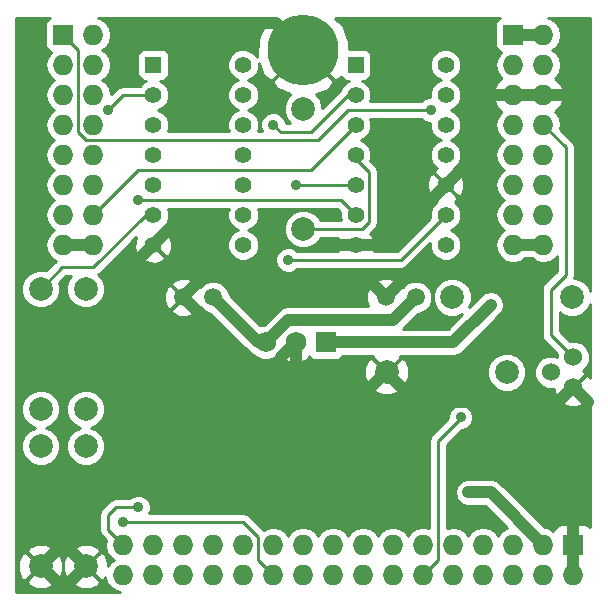
<source format=gbl>
%FSLAX34Y34*%
G04 Gerber Fmt 3.4, Leading zero omitted, Abs format*
G04 (created by PCBNEW (2014-jan-25)-product) date Sun 13 Jul 2014 07:55:22 AM PDT*
%MOIN*%
G01*
G70*
G90*
G04 APERTURE LIST*
%ADD10C,0.003937*%
%ADD11C,0.059100*%
%ADD12R,0.068000X0.068000*%
%ADD13O,0.068000X0.068000*%
%ADD14C,0.060000*%
%ADD15C,0.078700*%
%ADD16R,0.055000X0.055000*%
%ADD17C,0.055000*%
%ADD18C,0.068000*%
%ADD19C,0.236220*%
%ADD20C,0.035000*%
%ADD21C,0.040000*%
%ADD22C,0.010000*%
G04 APERTURE END LIST*
G54D10*
G54D11*
X37000Y-50250D03*
X36000Y-50250D03*
X43750Y-50250D03*
X42750Y-50250D03*
G54D12*
X32000Y-41500D03*
G54D13*
X33000Y-41500D03*
X32000Y-42500D03*
X33000Y-42500D03*
X32000Y-43500D03*
X33000Y-43500D03*
X32000Y-44500D03*
X33000Y-44500D03*
X32000Y-45500D03*
X33000Y-45500D03*
X32000Y-46500D03*
X33000Y-46500D03*
X32000Y-47500D03*
X33000Y-47500D03*
X32000Y-48500D03*
X33000Y-48500D03*
G54D12*
X47000Y-41500D03*
G54D13*
X48000Y-41500D03*
X47000Y-42500D03*
X48000Y-42500D03*
X47000Y-43500D03*
X48000Y-43500D03*
X47000Y-44500D03*
X48000Y-44500D03*
X47000Y-45500D03*
X48000Y-45500D03*
X47000Y-46500D03*
X48000Y-46500D03*
X47000Y-47500D03*
X48000Y-47500D03*
X47000Y-48500D03*
X48000Y-48500D03*
G54D12*
X49000Y-58500D03*
G54D13*
X49000Y-59500D03*
X48000Y-58500D03*
X48000Y-59500D03*
X47000Y-58500D03*
X47000Y-59500D03*
X46000Y-58500D03*
X46000Y-59500D03*
X45000Y-58500D03*
X45000Y-59500D03*
X44000Y-58500D03*
X44000Y-59500D03*
X43000Y-58500D03*
X43000Y-59500D03*
X42000Y-58500D03*
X42000Y-59500D03*
X41000Y-58500D03*
X41000Y-59500D03*
X40000Y-58500D03*
X40000Y-59500D03*
X39000Y-58500D03*
X39000Y-59500D03*
X38000Y-58500D03*
X38000Y-59500D03*
X37000Y-58500D03*
X37000Y-59500D03*
X36000Y-58500D03*
X36000Y-59500D03*
X35000Y-58500D03*
X35000Y-59500D03*
X34000Y-58500D03*
X34000Y-59500D03*
G54D14*
X49000Y-53250D03*
X48250Y-52750D03*
X49000Y-52250D03*
G54D15*
X31250Y-53969D03*
X31250Y-49969D03*
X31250Y-59219D03*
X31250Y-55219D03*
X32750Y-53969D03*
X32750Y-49969D03*
X32750Y-59219D03*
X32750Y-55219D03*
X48969Y-50250D03*
X44969Y-50250D03*
X42781Y-52750D03*
X46781Y-52750D03*
X40000Y-47969D03*
X40000Y-43969D03*
G54D16*
X41750Y-42500D03*
G54D17*
X41750Y-43500D03*
X41750Y-44500D03*
X41750Y-45500D03*
X41750Y-46500D03*
X41750Y-47500D03*
X41750Y-48500D03*
X44750Y-48500D03*
X44750Y-47500D03*
X44750Y-46500D03*
X44750Y-45500D03*
X44750Y-44500D03*
X44750Y-43500D03*
X44750Y-42500D03*
G54D16*
X35000Y-42500D03*
G54D17*
X35000Y-43500D03*
X35000Y-44500D03*
X35000Y-45500D03*
X35000Y-46500D03*
X35000Y-47500D03*
X35000Y-48500D03*
X38000Y-48500D03*
X38000Y-47500D03*
X38000Y-46500D03*
X38000Y-45500D03*
X38000Y-44500D03*
X38000Y-43500D03*
X38000Y-42500D03*
G54D12*
X40750Y-51750D03*
G54D18*
X39750Y-51750D03*
X38750Y-51750D03*
G54D19*
X40000Y-42000D03*
G54D20*
X46250Y-50500D03*
X44250Y-44000D03*
X34500Y-47000D03*
X33500Y-44000D03*
X37200Y-42000D03*
X39750Y-56500D03*
X38750Y-56500D03*
X37000Y-56500D03*
X41000Y-56500D03*
X37000Y-50250D03*
X45250Y-54250D03*
X39500Y-49000D03*
X34000Y-57750D03*
X39750Y-46500D03*
X39000Y-44500D03*
X34500Y-57250D03*
X45500Y-56750D03*
G54D21*
X33000Y-48500D02*
X32000Y-48500D01*
X40750Y-51750D02*
X45000Y-51750D01*
X48000Y-41500D02*
X47000Y-41500D01*
X46250Y-50500D02*
X45000Y-51750D01*
X48000Y-48500D02*
X47000Y-48500D01*
G54D22*
X32500Y-42000D02*
X32500Y-44750D01*
X40500Y-45000D02*
X41500Y-44000D01*
X32750Y-45000D02*
X40500Y-45000D01*
X32500Y-44750D02*
X32750Y-45000D01*
X44250Y-44000D02*
X41500Y-44000D01*
X32500Y-42000D02*
X32000Y-41500D01*
X41250Y-47000D02*
X41750Y-47500D01*
X34500Y-47000D02*
X41250Y-47000D01*
X34000Y-43500D02*
X35000Y-43500D01*
X33500Y-44000D02*
X34000Y-43500D01*
X33000Y-47500D02*
X34500Y-46000D01*
X34500Y-46000D02*
X40250Y-46000D01*
X40250Y-46000D02*
X41750Y-44500D01*
X49000Y-52250D02*
X48250Y-51500D01*
X48750Y-45250D02*
X48000Y-44500D01*
X48750Y-49500D02*
X48750Y-45250D01*
X48250Y-50000D02*
X48750Y-49500D01*
X48250Y-51500D02*
X48250Y-50000D01*
G54D21*
X37200Y-42000D02*
X38100Y-41100D01*
X39100Y-41100D02*
X40000Y-42000D01*
X38100Y-41100D02*
X39100Y-41100D01*
X48000Y-43500D02*
X47000Y-43500D01*
X48000Y-43500D02*
X49000Y-43500D01*
X31719Y-58750D02*
X31750Y-58750D01*
X31250Y-59219D02*
X31719Y-58750D01*
X31750Y-59719D02*
X31750Y-59750D01*
X31250Y-59219D02*
X31750Y-59719D01*
X32281Y-58750D02*
X32250Y-58750D01*
X32750Y-59219D02*
X32281Y-58750D01*
X32250Y-59719D02*
X32250Y-59750D01*
X32750Y-59219D02*
X32250Y-59719D01*
X36000Y-50250D02*
X36500Y-49750D01*
X36000Y-50250D02*
X36500Y-50750D01*
X35000Y-48500D02*
X35500Y-48000D01*
X35000Y-48500D02*
X34500Y-49000D01*
X39750Y-51750D02*
X39750Y-52500D01*
X39750Y-51750D02*
X39250Y-52250D01*
X42719Y-52781D02*
X42250Y-53250D01*
X42781Y-52781D02*
X42719Y-52781D01*
X43250Y-53250D02*
X42781Y-52781D01*
X42750Y-50250D02*
X43250Y-49750D01*
X42750Y-50250D02*
X42250Y-49750D01*
X41750Y-48500D02*
X42500Y-48500D01*
X41750Y-48500D02*
X41000Y-48500D01*
X44750Y-46500D02*
X45250Y-46000D01*
X44750Y-46500D02*
X44250Y-47000D01*
X47000Y-43500D02*
X45750Y-43500D01*
X49000Y-53250D02*
X48500Y-53750D01*
X49000Y-53250D02*
X49500Y-53750D01*
X49000Y-58500D02*
X49000Y-57750D01*
X49000Y-59500D02*
X49000Y-58500D01*
X41000Y-56500D02*
X39750Y-56500D01*
X41750Y-56500D02*
X41000Y-56500D01*
X44500Y-53750D02*
X41750Y-56500D01*
X48500Y-53750D02*
X44500Y-53750D01*
X39750Y-56500D02*
X38750Y-56500D01*
X38750Y-56500D02*
X37000Y-56500D01*
X38750Y-51750D02*
X39500Y-51000D01*
X43000Y-51000D02*
X43750Y-50250D01*
X39500Y-51000D02*
X43000Y-51000D01*
X38500Y-51750D02*
X37000Y-50250D01*
X38750Y-51750D02*
X38500Y-51750D01*
G54D22*
X31250Y-49969D02*
X31969Y-49250D01*
X33000Y-49250D02*
X34750Y-47500D01*
X31969Y-49250D02*
X33000Y-49250D01*
X34750Y-47500D02*
X35000Y-47500D01*
X40000Y-47969D02*
X41969Y-47969D01*
X42188Y-46062D02*
X41750Y-45624D01*
X42188Y-47750D02*
X42188Y-46062D01*
X41969Y-47969D02*
X42188Y-47750D01*
X41750Y-45624D02*
X41750Y-45500D01*
X44000Y-59500D02*
X44500Y-59000D01*
X44500Y-59000D02*
X44500Y-55031D01*
X45250Y-54281D02*
X45250Y-54250D01*
X44500Y-55031D02*
X45250Y-54281D01*
X44750Y-47500D02*
X43250Y-49000D01*
X43250Y-49000D02*
X39500Y-49000D01*
X38500Y-59000D02*
X38500Y-58250D01*
X38000Y-57750D02*
X34000Y-57750D01*
X38500Y-58250D02*
X38000Y-57750D01*
X39000Y-59500D02*
X38500Y-59000D01*
X41750Y-46500D02*
X39750Y-46500D01*
X40250Y-44750D02*
X39250Y-44750D01*
X39250Y-44750D02*
X39000Y-44500D01*
X33500Y-57500D02*
X33750Y-57250D01*
X33750Y-57250D02*
X34500Y-57250D01*
X34000Y-58500D02*
X33500Y-58000D01*
X33500Y-58000D02*
X33500Y-57500D01*
X41750Y-43500D02*
X41500Y-43500D01*
X41500Y-43500D02*
X40250Y-44750D01*
G54D21*
X48000Y-58500D02*
X46250Y-56750D01*
X46250Y-56750D02*
X45500Y-56750D01*
X39969Y-44000D02*
X40000Y-43969D01*
G54D22*
G36*
X38950Y-40965D02*
X38731Y-41090D01*
X38479Y-41645D01*
X38460Y-42239D01*
X38445Y-42203D01*
X38297Y-42055D01*
X38104Y-41975D01*
X37896Y-41974D01*
X37703Y-42054D01*
X37555Y-42202D01*
X37475Y-42395D01*
X37474Y-42603D01*
X37554Y-42797D01*
X37702Y-42944D01*
X37835Y-43000D01*
X37703Y-43054D01*
X37555Y-43202D01*
X37475Y-43395D01*
X37474Y-43603D01*
X37554Y-43797D01*
X37702Y-43944D01*
X37835Y-44000D01*
X37703Y-44054D01*
X37555Y-44202D01*
X37475Y-44395D01*
X37474Y-44603D01*
X37514Y-44700D01*
X35485Y-44700D01*
X35524Y-44604D01*
X35525Y-44396D01*
X35445Y-44203D01*
X35297Y-44055D01*
X35164Y-43999D01*
X35297Y-43945D01*
X35444Y-43797D01*
X35524Y-43604D01*
X35525Y-43396D01*
X35445Y-43203D01*
X35297Y-43055D01*
X35225Y-43025D01*
X35324Y-43025D01*
X35416Y-42986D01*
X35486Y-42916D01*
X35525Y-42824D01*
X35525Y-42725D01*
X35525Y-42175D01*
X35486Y-42083D01*
X35416Y-42013D01*
X35324Y-41975D01*
X35225Y-41975D01*
X34675Y-41975D01*
X34583Y-42013D01*
X34513Y-42083D01*
X34475Y-42175D01*
X34475Y-42274D01*
X34475Y-42824D01*
X34513Y-42916D01*
X34583Y-42986D01*
X34675Y-43025D01*
X34774Y-43025D01*
X34774Y-43025D01*
X34703Y-43054D01*
X34557Y-43200D01*
X34000Y-43200D01*
X33885Y-43222D01*
X33787Y-43287D01*
X33589Y-43486D01*
X33545Y-43262D01*
X33417Y-43071D01*
X33310Y-43000D01*
X33417Y-42928D01*
X33545Y-42737D01*
X33590Y-42511D01*
X33590Y-42488D01*
X33545Y-42262D01*
X33417Y-42071D01*
X33310Y-42000D01*
X33417Y-41928D01*
X33545Y-41737D01*
X33590Y-41511D01*
X33590Y-41488D01*
X33545Y-41262D01*
X33417Y-41071D01*
X33225Y-40943D01*
X33144Y-40927D01*
X38913Y-40927D01*
X38950Y-40965D01*
X38950Y-40965D01*
G37*
X38950Y-40965D02*
X38731Y-41090D01*
X38479Y-41645D01*
X38460Y-42239D01*
X38445Y-42203D01*
X38297Y-42055D01*
X38104Y-41975D01*
X37896Y-41974D01*
X37703Y-42054D01*
X37555Y-42202D01*
X37475Y-42395D01*
X37474Y-42603D01*
X37554Y-42797D01*
X37702Y-42944D01*
X37835Y-43000D01*
X37703Y-43054D01*
X37555Y-43202D01*
X37475Y-43395D01*
X37474Y-43603D01*
X37554Y-43797D01*
X37702Y-43944D01*
X37835Y-44000D01*
X37703Y-44054D01*
X37555Y-44202D01*
X37475Y-44395D01*
X37474Y-44603D01*
X37514Y-44700D01*
X35485Y-44700D01*
X35524Y-44604D01*
X35525Y-44396D01*
X35445Y-44203D01*
X35297Y-44055D01*
X35164Y-43999D01*
X35297Y-43945D01*
X35444Y-43797D01*
X35524Y-43604D01*
X35525Y-43396D01*
X35445Y-43203D01*
X35297Y-43055D01*
X35225Y-43025D01*
X35324Y-43025D01*
X35416Y-42986D01*
X35486Y-42916D01*
X35525Y-42824D01*
X35525Y-42725D01*
X35525Y-42175D01*
X35486Y-42083D01*
X35416Y-42013D01*
X35324Y-41975D01*
X35225Y-41975D01*
X34675Y-41975D01*
X34583Y-42013D01*
X34513Y-42083D01*
X34475Y-42175D01*
X34475Y-42274D01*
X34475Y-42824D01*
X34513Y-42916D01*
X34583Y-42986D01*
X34675Y-43025D01*
X34774Y-43025D01*
X34774Y-43025D01*
X34703Y-43054D01*
X34557Y-43200D01*
X34000Y-43200D01*
X33885Y-43222D01*
X33787Y-43287D01*
X33589Y-43486D01*
X33545Y-43262D01*
X33417Y-43071D01*
X33310Y-43000D01*
X33417Y-42928D01*
X33545Y-42737D01*
X33590Y-42511D01*
X33590Y-42488D01*
X33545Y-42262D01*
X33417Y-42071D01*
X33310Y-42000D01*
X33417Y-41928D01*
X33545Y-41737D01*
X33590Y-41511D01*
X33590Y-41488D01*
X33545Y-41262D01*
X33417Y-41071D01*
X33225Y-40943D01*
X33144Y-40927D01*
X38913Y-40927D01*
X38950Y-40965D01*
G36*
X41524Y-43025D02*
X41453Y-43054D01*
X41305Y-43202D01*
X41256Y-43319D01*
X40643Y-43932D01*
X40643Y-43841D01*
X40545Y-43604D01*
X40419Y-43478D01*
X40824Y-43325D01*
X40909Y-43268D01*
X41034Y-43049D01*
X40000Y-42014D01*
X38965Y-43049D01*
X39090Y-43268D01*
X39571Y-43487D01*
X39454Y-43604D01*
X39356Y-43840D01*
X39356Y-44096D01*
X39454Y-44333D01*
X39570Y-44450D01*
X39425Y-44450D01*
X39425Y-44415D01*
X39360Y-44259D01*
X39241Y-44139D01*
X39084Y-44075D01*
X38915Y-44074D01*
X38759Y-44139D01*
X38639Y-44258D01*
X38575Y-44415D01*
X38574Y-44584D01*
X38622Y-44700D01*
X38485Y-44700D01*
X38524Y-44604D01*
X38525Y-44396D01*
X38445Y-44203D01*
X38297Y-44055D01*
X38164Y-43999D01*
X38297Y-43945D01*
X38444Y-43797D01*
X38524Y-43604D01*
X38525Y-43396D01*
X38445Y-43203D01*
X38297Y-43055D01*
X38164Y-42999D01*
X38297Y-42945D01*
X38444Y-42797D01*
X38524Y-42604D01*
X38525Y-42427D01*
X38674Y-42824D01*
X38731Y-42909D01*
X38950Y-43034D01*
X39985Y-42000D01*
X39980Y-41994D01*
X39994Y-41980D01*
X40000Y-41985D01*
X40005Y-41980D01*
X40019Y-41994D01*
X40014Y-42000D01*
X41049Y-43034D01*
X41261Y-42913D01*
X41263Y-42916D01*
X41333Y-42986D01*
X41425Y-43025D01*
X41524Y-43025D01*
X41524Y-43025D01*
X41524Y-43025D01*
G37*
X41524Y-43025D02*
X41453Y-43054D01*
X41305Y-43202D01*
X41256Y-43319D01*
X40643Y-43932D01*
X40643Y-43841D01*
X40545Y-43604D01*
X40419Y-43478D01*
X40824Y-43325D01*
X40909Y-43268D01*
X41034Y-43049D01*
X40000Y-42014D01*
X38965Y-43049D01*
X39090Y-43268D01*
X39571Y-43487D01*
X39454Y-43604D01*
X39356Y-43840D01*
X39356Y-44096D01*
X39454Y-44333D01*
X39570Y-44450D01*
X39425Y-44450D01*
X39425Y-44415D01*
X39360Y-44259D01*
X39241Y-44139D01*
X39084Y-44075D01*
X38915Y-44074D01*
X38759Y-44139D01*
X38639Y-44258D01*
X38575Y-44415D01*
X38574Y-44584D01*
X38622Y-44700D01*
X38485Y-44700D01*
X38524Y-44604D01*
X38525Y-44396D01*
X38445Y-44203D01*
X38297Y-44055D01*
X38164Y-43999D01*
X38297Y-43945D01*
X38444Y-43797D01*
X38524Y-43604D01*
X38525Y-43396D01*
X38445Y-43203D01*
X38297Y-43055D01*
X38164Y-42999D01*
X38297Y-42945D01*
X38444Y-42797D01*
X38524Y-42604D01*
X38525Y-42427D01*
X38674Y-42824D01*
X38731Y-42909D01*
X38950Y-43034D01*
X39985Y-42000D01*
X39980Y-41994D01*
X39994Y-41980D01*
X40000Y-41985D01*
X40005Y-41980D01*
X40019Y-41994D01*
X40014Y-42000D01*
X41049Y-43034D01*
X41261Y-42913D01*
X41263Y-42916D01*
X41333Y-42986D01*
X41425Y-43025D01*
X41524Y-43025D01*
X41524Y-43025D01*
G36*
X41769Y-48505D02*
X41755Y-48519D01*
X41750Y-48514D01*
X41744Y-48519D01*
X41730Y-48505D01*
X41735Y-48500D01*
X41730Y-48494D01*
X41744Y-48480D01*
X41750Y-48485D01*
X41755Y-48480D01*
X41769Y-48494D01*
X41764Y-48500D01*
X41769Y-48505D01*
X41769Y-48505D01*
G37*
X41769Y-48505D02*
X41755Y-48519D01*
X41750Y-48514D01*
X41744Y-48519D01*
X41730Y-48505D01*
X41735Y-48500D01*
X41730Y-48494D01*
X41744Y-48480D01*
X41750Y-48485D01*
X41755Y-48480D01*
X41769Y-48494D01*
X41764Y-48500D01*
X41769Y-48505D01*
G36*
X49572Y-57897D02*
X49538Y-57863D01*
X49409Y-57810D01*
X49399Y-57810D01*
X49399Y-53663D01*
X49000Y-53264D01*
X48600Y-53663D01*
X48618Y-53791D01*
X48855Y-53896D01*
X49113Y-53902D01*
X49354Y-53809D01*
X49381Y-53791D01*
X49399Y-53663D01*
X49399Y-57810D01*
X49097Y-57810D01*
X49010Y-57897D01*
X49010Y-58490D01*
X49017Y-58490D01*
X49017Y-58510D01*
X49010Y-58510D01*
X49010Y-58897D01*
X49010Y-59102D01*
X49010Y-59490D01*
X49017Y-59490D01*
X49017Y-59510D01*
X49010Y-59510D01*
X49010Y-59517D01*
X48990Y-59517D01*
X48990Y-59510D01*
X48982Y-59510D01*
X48982Y-59490D01*
X48990Y-59490D01*
X48990Y-59102D01*
X48990Y-58897D01*
X48990Y-58510D01*
X48982Y-58510D01*
X48982Y-58490D01*
X48990Y-58490D01*
X48990Y-57897D01*
X48902Y-57810D01*
X48590Y-57810D01*
X48461Y-57863D01*
X48363Y-57961D01*
X48338Y-58022D01*
X48237Y-57954D01*
X48055Y-57918D01*
X47424Y-57288D01*
X47424Y-52622D01*
X47326Y-52385D01*
X47145Y-52204D01*
X46909Y-52106D01*
X46700Y-52106D01*
X46700Y-50500D01*
X46665Y-50327D01*
X46568Y-50181D01*
X46422Y-50084D01*
X46250Y-50050D01*
X46077Y-50084D01*
X45931Y-50181D01*
X45525Y-50588D01*
X45612Y-50378D01*
X45612Y-50122D01*
X45514Y-49885D01*
X45377Y-49748D01*
X45377Y-46390D01*
X45288Y-46158D01*
X45271Y-46133D01*
X45145Y-46118D01*
X44764Y-46500D01*
X45145Y-46881D01*
X45271Y-46866D01*
X45371Y-46639D01*
X45377Y-46390D01*
X45377Y-49748D01*
X45333Y-49704D01*
X45097Y-49606D01*
X44841Y-49606D01*
X44604Y-49704D01*
X44423Y-49885D01*
X44325Y-50121D01*
X44325Y-50377D01*
X44423Y-50614D01*
X44604Y-50795D01*
X44840Y-50893D01*
X45096Y-50893D01*
X45306Y-50806D01*
X44813Y-51300D01*
X43336Y-51300D01*
X43840Y-50795D01*
X43858Y-50795D01*
X44058Y-50712D01*
X44212Y-50559D01*
X44295Y-50358D01*
X44295Y-50141D01*
X44212Y-49941D01*
X44059Y-49787D01*
X43858Y-49704D01*
X43641Y-49704D01*
X43441Y-49787D01*
X43312Y-49915D01*
X43305Y-49897D01*
X43288Y-49871D01*
X43160Y-49853D01*
X43146Y-49867D01*
X43146Y-49839D01*
X43128Y-49711D01*
X42893Y-49607D01*
X42637Y-49601D01*
X42397Y-49694D01*
X42371Y-49711D01*
X42353Y-49839D01*
X42750Y-50235D01*
X43146Y-49839D01*
X43146Y-49867D01*
X42764Y-50250D01*
X42769Y-50255D01*
X42755Y-50269D01*
X42750Y-50264D01*
X42744Y-50269D01*
X42730Y-50255D01*
X42735Y-50250D01*
X42339Y-49853D01*
X42211Y-49871D01*
X42107Y-50106D01*
X42101Y-50362D01*
X42173Y-50550D01*
X39500Y-50550D01*
X39327Y-50584D01*
X39181Y-50681D01*
X38703Y-51159D01*
X38633Y-51159D01*
X38571Y-51185D01*
X37545Y-50159D01*
X37545Y-50141D01*
X37462Y-49941D01*
X37309Y-49787D01*
X37108Y-49704D01*
X36891Y-49704D01*
X36691Y-49787D01*
X36562Y-49915D01*
X36555Y-49897D01*
X36538Y-49871D01*
X36410Y-49853D01*
X36396Y-49867D01*
X36396Y-49839D01*
X36378Y-49711D01*
X36143Y-49607D01*
X35887Y-49601D01*
X35647Y-49694D01*
X35627Y-49707D01*
X35627Y-48390D01*
X35538Y-48158D01*
X35521Y-48133D01*
X35395Y-48118D01*
X35014Y-48500D01*
X35395Y-48881D01*
X35521Y-48866D01*
X35621Y-48639D01*
X35627Y-48390D01*
X35627Y-49707D01*
X35621Y-49711D01*
X35603Y-49839D01*
X36000Y-50235D01*
X36396Y-49839D01*
X36396Y-49867D01*
X36014Y-50250D01*
X36410Y-50646D01*
X36538Y-50628D01*
X36559Y-50580D01*
X36690Y-50712D01*
X36891Y-50795D01*
X36909Y-50795D01*
X38181Y-52068D01*
X38327Y-52165D01*
X38332Y-52166D01*
X38415Y-52249D01*
X38632Y-52339D01*
X38866Y-52340D01*
X39083Y-52250D01*
X39178Y-52155D01*
X39307Y-52178D01*
X39735Y-51750D01*
X39730Y-51744D01*
X39744Y-51730D01*
X39750Y-51735D01*
X39755Y-51730D01*
X39769Y-51744D01*
X39764Y-51750D01*
X39769Y-51755D01*
X39755Y-51769D01*
X39750Y-51764D01*
X39321Y-52192D01*
X39344Y-52324D01*
X39595Y-52436D01*
X39869Y-52443D01*
X40126Y-52344D01*
X40155Y-52324D01*
X40178Y-52192D01*
X40178Y-52192D01*
X40184Y-52198D01*
X40198Y-52231D01*
X40268Y-52301D01*
X40360Y-52340D01*
X40459Y-52340D01*
X41139Y-52340D01*
X41231Y-52301D01*
X41301Y-52231D01*
X41315Y-52200D01*
X42328Y-52200D01*
X42313Y-52268D01*
X42781Y-52735D01*
X43248Y-52268D01*
X43233Y-52200D01*
X45000Y-52200D01*
X45172Y-52165D01*
X45318Y-52068D01*
X46568Y-50818D01*
X46665Y-50672D01*
X46700Y-50500D01*
X46700Y-52106D01*
X46653Y-52106D01*
X46416Y-52204D01*
X46235Y-52385D01*
X46137Y-52621D01*
X46137Y-52877D01*
X46235Y-53114D01*
X46416Y-53295D01*
X46652Y-53393D01*
X46908Y-53393D01*
X47145Y-53295D01*
X47326Y-53114D01*
X47424Y-52878D01*
X47424Y-52622D01*
X47424Y-57288D01*
X46568Y-56431D01*
X46422Y-56334D01*
X46250Y-56300D01*
X45500Y-56300D01*
X45327Y-56334D01*
X45181Y-56431D01*
X45084Y-56577D01*
X45050Y-56750D01*
X45084Y-56922D01*
X45181Y-57068D01*
X45327Y-57165D01*
X45500Y-57200D01*
X46063Y-57200D01*
X46809Y-57945D01*
X46762Y-57954D01*
X46571Y-58082D01*
X46500Y-58189D01*
X46428Y-58082D01*
X46237Y-57954D01*
X46011Y-57910D01*
X45988Y-57910D01*
X45762Y-57954D01*
X45571Y-58082D01*
X45500Y-58189D01*
X45428Y-58082D01*
X45237Y-57954D01*
X45011Y-57910D01*
X44988Y-57910D01*
X44800Y-57947D01*
X44800Y-55155D01*
X45280Y-54675D01*
X45334Y-54675D01*
X45490Y-54610D01*
X45610Y-54491D01*
X45674Y-54334D01*
X45675Y-54165D01*
X45610Y-54009D01*
X45491Y-53889D01*
X45334Y-53825D01*
X45165Y-53824D01*
X45009Y-53889D01*
X44889Y-54008D01*
X44825Y-54165D01*
X44824Y-54281D01*
X44287Y-54818D01*
X44222Y-54916D01*
X44200Y-55031D01*
X44200Y-57947D01*
X44011Y-57910D01*
X43988Y-57910D01*
X43762Y-57954D01*
X43571Y-58082D01*
X43528Y-58147D01*
X43528Y-52621D01*
X43422Y-52345D01*
X43400Y-52312D01*
X43262Y-52282D01*
X42795Y-52750D01*
X43262Y-53217D01*
X43400Y-53187D01*
X43520Y-52917D01*
X43528Y-52621D01*
X43528Y-58147D01*
X43500Y-58189D01*
X43428Y-58082D01*
X43248Y-57962D01*
X43248Y-53231D01*
X42781Y-52764D01*
X42766Y-52778D01*
X42766Y-52750D01*
X42299Y-52282D01*
X42161Y-52312D01*
X42041Y-52582D01*
X42033Y-52878D01*
X42139Y-53154D01*
X42161Y-53187D01*
X42299Y-53217D01*
X42766Y-52750D01*
X42766Y-52778D01*
X42313Y-53231D01*
X42343Y-53369D01*
X42613Y-53489D01*
X42909Y-53497D01*
X43185Y-53391D01*
X43218Y-53369D01*
X43248Y-53231D01*
X43248Y-57962D01*
X43237Y-57954D01*
X43011Y-57910D01*
X42988Y-57910D01*
X42762Y-57954D01*
X42571Y-58082D01*
X42500Y-58189D01*
X42428Y-58082D01*
X42237Y-57954D01*
X42011Y-57910D01*
X41988Y-57910D01*
X41762Y-57954D01*
X41571Y-58082D01*
X41500Y-58189D01*
X41428Y-58082D01*
X41237Y-57954D01*
X41011Y-57910D01*
X40988Y-57910D01*
X40762Y-57954D01*
X40571Y-58082D01*
X40500Y-58189D01*
X40428Y-58082D01*
X40237Y-57954D01*
X40178Y-57943D01*
X40011Y-57910D01*
X39988Y-57910D01*
X39762Y-57954D01*
X39571Y-58082D01*
X39500Y-58189D01*
X39428Y-58082D01*
X39237Y-57954D01*
X39011Y-57910D01*
X38988Y-57910D01*
X38762Y-57954D01*
X38682Y-58008D01*
X38212Y-57537D01*
X38114Y-57472D01*
X38000Y-57450D01*
X36396Y-57450D01*
X36396Y-50660D01*
X36000Y-50264D01*
X35985Y-50278D01*
X35985Y-50250D01*
X35589Y-49853D01*
X35461Y-49871D01*
X35381Y-50052D01*
X35381Y-48895D01*
X35000Y-48514D01*
X34618Y-48895D01*
X34633Y-49021D01*
X34860Y-49121D01*
X35109Y-49127D01*
X35341Y-49038D01*
X35366Y-49021D01*
X35381Y-48895D01*
X35381Y-50052D01*
X35357Y-50106D01*
X35351Y-50362D01*
X35444Y-50602D01*
X35461Y-50628D01*
X35589Y-50646D01*
X35985Y-50250D01*
X35985Y-50278D01*
X35603Y-50660D01*
X35621Y-50788D01*
X35856Y-50892D01*
X36112Y-50898D01*
X36352Y-50805D01*
X36378Y-50788D01*
X36396Y-50660D01*
X36396Y-57450D01*
X34877Y-57450D01*
X34924Y-57334D01*
X34925Y-57165D01*
X34860Y-57009D01*
X34741Y-56889D01*
X34584Y-56825D01*
X34415Y-56824D01*
X34259Y-56889D01*
X34198Y-56950D01*
X33750Y-56950D01*
X33635Y-56972D01*
X33596Y-56998D01*
X33537Y-57037D01*
X33393Y-57182D01*
X33393Y-55091D01*
X33295Y-54854D01*
X33114Y-54673D01*
X32922Y-54593D01*
X33114Y-54514D01*
X33295Y-54333D01*
X33393Y-54097D01*
X33393Y-53841D01*
X33295Y-53604D01*
X33114Y-53423D01*
X32878Y-53325D01*
X32622Y-53325D01*
X32385Y-53423D01*
X32204Y-53604D01*
X32106Y-53840D01*
X32106Y-54096D01*
X32204Y-54333D01*
X32385Y-54514D01*
X32577Y-54594D01*
X32385Y-54673D01*
X32204Y-54854D01*
X32106Y-55090D01*
X32106Y-55346D01*
X32204Y-55583D01*
X32385Y-55764D01*
X32621Y-55862D01*
X32877Y-55862D01*
X33114Y-55764D01*
X33295Y-55583D01*
X33393Y-55347D01*
X33393Y-55091D01*
X33393Y-57182D01*
X33287Y-57287D01*
X33222Y-57385D01*
X33200Y-57500D01*
X33200Y-58000D01*
X33222Y-58114D01*
X33287Y-58212D01*
X33427Y-58352D01*
X33398Y-58500D01*
X33443Y-58725D01*
X33571Y-58917D01*
X33695Y-59000D01*
X33571Y-59082D01*
X33494Y-59197D01*
X33497Y-59090D01*
X33391Y-58814D01*
X33369Y-58781D01*
X33231Y-58751D01*
X33217Y-58766D01*
X33217Y-58737D01*
X33187Y-58599D01*
X32917Y-58479D01*
X32621Y-58471D01*
X32345Y-58577D01*
X32312Y-58599D01*
X32282Y-58737D01*
X32750Y-59204D01*
X33217Y-58737D01*
X33217Y-58766D01*
X32764Y-59219D01*
X33231Y-59686D01*
X33369Y-59656D01*
X33410Y-59562D01*
X33443Y-59725D01*
X33571Y-59917D01*
X33762Y-60045D01*
X33902Y-60072D01*
X33217Y-60072D01*
X33217Y-59700D01*
X32750Y-59233D01*
X32735Y-59247D01*
X32735Y-59219D01*
X32268Y-58751D01*
X32130Y-58781D01*
X32010Y-59051D01*
X32002Y-59347D01*
X32108Y-59623D01*
X32130Y-59656D01*
X32268Y-59686D01*
X32735Y-59219D01*
X32735Y-59247D01*
X32282Y-59700D01*
X32312Y-59838D01*
X32582Y-59958D01*
X32878Y-59966D01*
X33154Y-59860D01*
X33187Y-59838D01*
X33217Y-59700D01*
X33217Y-60072D01*
X31997Y-60072D01*
X31997Y-59090D01*
X31893Y-58821D01*
X31893Y-55091D01*
X31795Y-54854D01*
X31614Y-54673D01*
X31422Y-54593D01*
X31614Y-54514D01*
X31795Y-54333D01*
X31893Y-54097D01*
X31893Y-53841D01*
X31795Y-53604D01*
X31614Y-53423D01*
X31378Y-53325D01*
X31122Y-53325D01*
X30885Y-53423D01*
X30704Y-53604D01*
X30606Y-53840D01*
X30606Y-54096D01*
X30704Y-54333D01*
X30885Y-54514D01*
X31077Y-54594D01*
X30885Y-54673D01*
X30704Y-54854D01*
X30606Y-55090D01*
X30606Y-55346D01*
X30704Y-55583D01*
X30885Y-55764D01*
X31121Y-55862D01*
X31377Y-55862D01*
X31614Y-55764D01*
X31795Y-55583D01*
X31893Y-55347D01*
X31893Y-55091D01*
X31893Y-58821D01*
X31891Y-58814D01*
X31869Y-58781D01*
X31731Y-58751D01*
X31717Y-58766D01*
X31717Y-58737D01*
X31687Y-58599D01*
X31417Y-58479D01*
X31121Y-58471D01*
X30845Y-58577D01*
X30812Y-58599D01*
X30782Y-58737D01*
X31250Y-59204D01*
X31717Y-58737D01*
X31717Y-58766D01*
X31264Y-59219D01*
X31731Y-59686D01*
X31869Y-59656D01*
X31989Y-59386D01*
X31997Y-59090D01*
X31997Y-60072D01*
X31717Y-60072D01*
X31717Y-59700D01*
X31250Y-59233D01*
X31235Y-59247D01*
X31235Y-59219D01*
X30768Y-58751D01*
X30630Y-58781D01*
X30510Y-59051D01*
X30502Y-59347D01*
X30608Y-59623D01*
X30630Y-59656D01*
X30768Y-59686D01*
X31235Y-59219D01*
X31235Y-59247D01*
X30782Y-59700D01*
X30812Y-59838D01*
X31082Y-59958D01*
X31378Y-59966D01*
X31654Y-59860D01*
X31687Y-59838D01*
X31717Y-59700D01*
X31717Y-60072D01*
X30427Y-60072D01*
X30427Y-40927D01*
X31568Y-40927D01*
X31518Y-40948D01*
X31448Y-41018D01*
X31410Y-41110D01*
X31410Y-41209D01*
X31410Y-41889D01*
X31448Y-41981D01*
X31518Y-42051D01*
X31578Y-42077D01*
X31454Y-42262D01*
X31410Y-42488D01*
X31410Y-42511D01*
X31454Y-42737D01*
X31582Y-42928D01*
X31689Y-43000D01*
X31582Y-43071D01*
X31454Y-43262D01*
X31410Y-43488D01*
X31410Y-43511D01*
X31454Y-43737D01*
X31582Y-43928D01*
X31689Y-44000D01*
X31582Y-44071D01*
X31454Y-44262D01*
X31410Y-44488D01*
X31410Y-44511D01*
X31454Y-44737D01*
X31582Y-44928D01*
X31689Y-45000D01*
X31582Y-45071D01*
X31454Y-45262D01*
X31410Y-45488D01*
X31410Y-45511D01*
X31454Y-45737D01*
X31582Y-45928D01*
X31689Y-46000D01*
X31582Y-46071D01*
X31454Y-46262D01*
X31410Y-46488D01*
X31410Y-46511D01*
X31454Y-46737D01*
X31582Y-46928D01*
X31689Y-47000D01*
X31582Y-47071D01*
X31454Y-47262D01*
X31410Y-47488D01*
X31410Y-47511D01*
X31454Y-47737D01*
X31582Y-47928D01*
X31689Y-48000D01*
X31582Y-48071D01*
X31454Y-48262D01*
X31410Y-48488D01*
X31410Y-48511D01*
X31454Y-48737D01*
X31582Y-48928D01*
X31752Y-49042D01*
X31442Y-49352D01*
X31378Y-49325D01*
X31122Y-49325D01*
X30885Y-49423D01*
X30704Y-49604D01*
X30606Y-49840D01*
X30606Y-50096D01*
X30704Y-50333D01*
X30885Y-50514D01*
X31121Y-50612D01*
X31377Y-50612D01*
X31614Y-50514D01*
X31795Y-50333D01*
X31893Y-50097D01*
X31893Y-49841D01*
X31866Y-49776D01*
X32093Y-49550D01*
X32258Y-49550D01*
X32204Y-49604D01*
X32106Y-49840D01*
X32106Y-50096D01*
X32204Y-50333D01*
X32385Y-50514D01*
X32621Y-50612D01*
X32877Y-50612D01*
X33114Y-50514D01*
X33295Y-50333D01*
X33393Y-50097D01*
X33393Y-49841D01*
X33295Y-49604D01*
X33176Y-49485D01*
X33212Y-49462D01*
X34429Y-48244D01*
X34378Y-48360D01*
X34372Y-48609D01*
X34461Y-48841D01*
X34478Y-48866D01*
X34604Y-48881D01*
X34985Y-48500D01*
X34980Y-48494D01*
X34994Y-48480D01*
X35000Y-48485D01*
X35381Y-48104D01*
X35366Y-47978D01*
X35293Y-47946D01*
X35297Y-47945D01*
X35444Y-47797D01*
X35524Y-47604D01*
X35525Y-47396D01*
X35485Y-47300D01*
X37514Y-47300D01*
X37475Y-47395D01*
X37474Y-47603D01*
X37554Y-47797D01*
X37702Y-47944D01*
X37835Y-48000D01*
X37703Y-48054D01*
X37555Y-48202D01*
X37475Y-48395D01*
X37474Y-48603D01*
X37554Y-48797D01*
X37702Y-48944D01*
X37895Y-49024D01*
X38103Y-49025D01*
X38297Y-48945D01*
X38444Y-48797D01*
X38524Y-48604D01*
X38525Y-48396D01*
X38445Y-48203D01*
X38297Y-48055D01*
X38164Y-47999D01*
X38297Y-47945D01*
X38444Y-47797D01*
X38524Y-47604D01*
X38525Y-47396D01*
X38485Y-47300D01*
X41125Y-47300D01*
X41225Y-47399D01*
X41224Y-47603D01*
X41251Y-47669D01*
X40572Y-47669D01*
X40545Y-47604D01*
X40364Y-47423D01*
X40128Y-47325D01*
X39872Y-47325D01*
X39635Y-47423D01*
X39454Y-47604D01*
X39356Y-47840D01*
X39356Y-48096D01*
X39454Y-48333D01*
X39635Y-48514D01*
X39871Y-48612D01*
X40127Y-48612D01*
X40364Y-48514D01*
X40545Y-48333D01*
X40572Y-48269D01*
X41168Y-48269D01*
X41128Y-48360D01*
X41122Y-48609D01*
X41157Y-48700D01*
X39801Y-48700D01*
X39741Y-48639D01*
X39584Y-48575D01*
X39415Y-48574D01*
X39259Y-48639D01*
X39139Y-48758D01*
X39075Y-48915D01*
X39074Y-49084D01*
X39139Y-49240D01*
X39258Y-49360D01*
X39415Y-49424D01*
X39584Y-49425D01*
X39740Y-49360D01*
X39801Y-49300D01*
X43250Y-49300D01*
X43250Y-49299D01*
X43364Y-49277D01*
X43364Y-49277D01*
X43462Y-49212D01*
X44225Y-48449D01*
X44224Y-48603D01*
X44304Y-48797D01*
X44452Y-48944D01*
X44645Y-49024D01*
X44853Y-49025D01*
X45047Y-48945D01*
X45194Y-48797D01*
X45274Y-48604D01*
X45275Y-48396D01*
X45195Y-48203D01*
X45047Y-48055D01*
X44914Y-47999D01*
X45047Y-47945D01*
X45194Y-47797D01*
X45274Y-47604D01*
X45275Y-47396D01*
X45195Y-47203D01*
X45047Y-47055D01*
X45047Y-47055D01*
X45091Y-47038D01*
X45116Y-47021D01*
X45131Y-46895D01*
X44750Y-46514D01*
X44735Y-46528D01*
X44735Y-46500D01*
X44354Y-46118D01*
X44228Y-46133D01*
X44128Y-46360D01*
X44122Y-46609D01*
X44211Y-46841D01*
X44228Y-46866D01*
X44354Y-46881D01*
X44735Y-46500D01*
X44735Y-46528D01*
X44368Y-46895D01*
X44383Y-47021D01*
X44456Y-47053D01*
X44453Y-47054D01*
X44305Y-47202D01*
X44225Y-47395D01*
X44224Y-47600D01*
X43125Y-48700D01*
X42344Y-48700D01*
X42371Y-48639D01*
X42377Y-48390D01*
X42288Y-48158D01*
X42271Y-48133D01*
X42233Y-48128D01*
X42400Y-47962D01*
X42400Y-47962D01*
X42465Y-47864D01*
X42487Y-47750D01*
X42488Y-47750D01*
X42488Y-46062D01*
X42465Y-45947D01*
X42465Y-45947D01*
X42400Y-45849D01*
X42239Y-45689D01*
X42274Y-45604D01*
X42275Y-45396D01*
X42195Y-45203D01*
X42047Y-45055D01*
X41914Y-44999D01*
X42047Y-44945D01*
X42194Y-44797D01*
X42274Y-44604D01*
X42275Y-44396D01*
X42235Y-44300D01*
X43948Y-44300D01*
X44008Y-44360D01*
X44165Y-44424D01*
X44225Y-44424D01*
X44224Y-44603D01*
X44304Y-44797D01*
X44452Y-44944D01*
X44585Y-45000D01*
X44453Y-45054D01*
X44305Y-45202D01*
X44225Y-45395D01*
X44224Y-45603D01*
X44304Y-45797D01*
X44452Y-45944D01*
X44452Y-45944D01*
X44408Y-45961D01*
X44383Y-45978D01*
X44368Y-46104D01*
X44750Y-46485D01*
X45131Y-46104D01*
X45116Y-45978D01*
X45043Y-45946D01*
X45047Y-45945D01*
X45194Y-45797D01*
X45274Y-45604D01*
X45275Y-45396D01*
X45195Y-45203D01*
X45047Y-45055D01*
X44914Y-44999D01*
X45047Y-44945D01*
X45194Y-44797D01*
X45274Y-44604D01*
X45275Y-44396D01*
X45195Y-44203D01*
X45047Y-44055D01*
X44914Y-43999D01*
X45047Y-43945D01*
X45194Y-43797D01*
X45274Y-43604D01*
X45275Y-43396D01*
X45195Y-43203D01*
X45047Y-43055D01*
X44914Y-42999D01*
X45047Y-42945D01*
X45194Y-42797D01*
X45274Y-42604D01*
X45275Y-42396D01*
X45195Y-42203D01*
X45047Y-42055D01*
X44854Y-41975D01*
X44646Y-41974D01*
X44453Y-42054D01*
X44305Y-42202D01*
X44225Y-42395D01*
X44224Y-42603D01*
X44304Y-42797D01*
X44452Y-42944D01*
X44585Y-43000D01*
X44453Y-43054D01*
X44305Y-43202D01*
X44225Y-43395D01*
X44224Y-43574D01*
X44165Y-43574D01*
X44009Y-43639D01*
X43948Y-43700D01*
X42235Y-43700D01*
X42274Y-43604D01*
X42275Y-43396D01*
X42195Y-43203D01*
X42047Y-43055D01*
X41975Y-43025D01*
X42074Y-43025D01*
X42166Y-42986D01*
X42236Y-42916D01*
X42275Y-42824D01*
X42275Y-42725D01*
X42275Y-42175D01*
X42236Y-42083D01*
X42166Y-42013D01*
X42074Y-41975D01*
X41975Y-41975D01*
X41532Y-41975D01*
X41540Y-41745D01*
X41325Y-41175D01*
X41268Y-41090D01*
X41049Y-40965D01*
X41086Y-40927D01*
X46568Y-40927D01*
X46518Y-40948D01*
X46448Y-41018D01*
X46410Y-41110D01*
X46410Y-41209D01*
X46410Y-41889D01*
X46448Y-41981D01*
X46518Y-42051D01*
X46578Y-42077D01*
X46454Y-42262D01*
X46410Y-42488D01*
X46410Y-42511D01*
X46454Y-42737D01*
X46582Y-42928D01*
X46599Y-42939D01*
X46416Y-43130D01*
X46320Y-43382D01*
X46397Y-43490D01*
X46990Y-43490D01*
X46990Y-43482D01*
X47010Y-43482D01*
X47010Y-43490D01*
X47397Y-43490D01*
X47602Y-43490D01*
X47990Y-43490D01*
X47990Y-43482D01*
X48010Y-43482D01*
X48010Y-43490D01*
X48602Y-43490D01*
X48679Y-43382D01*
X48583Y-43130D01*
X48400Y-42939D01*
X48417Y-42928D01*
X48545Y-42737D01*
X48590Y-42511D01*
X48590Y-42488D01*
X48545Y-42262D01*
X48417Y-42071D01*
X48310Y-42000D01*
X48417Y-41928D01*
X48545Y-41737D01*
X48590Y-41511D01*
X48590Y-41488D01*
X48545Y-41262D01*
X48417Y-41071D01*
X48225Y-40943D01*
X48144Y-40927D01*
X49572Y-40927D01*
X49572Y-50026D01*
X49514Y-49885D01*
X49333Y-49704D01*
X49097Y-49606D01*
X49028Y-49606D01*
X49049Y-49500D01*
X49050Y-49500D01*
X49050Y-45250D01*
X49027Y-45135D01*
X49027Y-45135D01*
X48962Y-45037D01*
X48564Y-44640D01*
X48590Y-44511D01*
X48590Y-44488D01*
X48545Y-44262D01*
X48417Y-44071D01*
X48400Y-44060D01*
X48583Y-43869D01*
X48679Y-43617D01*
X48602Y-43510D01*
X48010Y-43510D01*
X48010Y-43517D01*
X47990Y-43517D01*
X47990Y-43510D01*
X47602Y-43510D01*
X47397Y-43510D01*
X47010Y-43510D01*
X47010Y-43517D01*
X46990Y-43517D01*
X46990Y-43510D01*
X46397Y-43510D01*
X46320Y-43617D01*
X46416Y-43869D01*
X46599Y-44060D01*
X46582Y-44071D01*
X46454Y-44262D01*
X46410Y-44488D01*
X46410Y-44511D01*
X46454Y-44737D01*
X46582Y-44928D01*
X46689Y-45000D01*
X46582Y-45071D01*
X46454Y-45262D01*
X46410Y-45488D01*
X46410Y-45511D01*
X46454Y-45737D01*
X46582Y-45928D01*
X46689Y-46000D01*
X46582Y-46071D01*
X46454Y-46262D01*
X46410Y-46488D01*
X46410Y-46511D01*
X46454Y-46737D01*
X46582Y-46928D01*
X46689Y-47000D01*
X46582Y-47071D01*
X46454Y-47262D01*
X46410Y-47488D01*
X46410Y-47511D01*
X46454Y-47737D01*
X46582Y-47928D01*
X46689Y-48000D01*
X46582Y-48071D01*
X46454Y-48262D01*
X46410Y-48488D01*
X46410Y-48511D01*
X46454Y-48737D01*
X46582Y-48928D01*
X46774Y-49056D01*
X47000Y-49101D01*
X47225Y-49056D01*
X47385Y-48950D01*
X47614Y-48950D01*
X47774Y-49056D01*
X48000Y-49101D01*
X48225Y-49056D01*
X48417Y-48928D01*
X48450Y-48879D01*
X48450Y-49375D01*
X48037Y-49787D01*
X47972Y-49885D01*
X47950Y-50000D01*
X47950Y-51500D01*
X47972Y-51614D01*
X48037Y-51712D01*
X48454Y-52128D01*
X48450Y-52140D01*
X48450Y-52237D01*
X48359Y-52200D01*
X48141Y-52199D01*
X47938Y-52283D01*
X47784Y-52438D01*
X47700Y-52640D01*
X47699Y-52858D01*
X47783Y-53061D01*
X47938Y-53215D01*
X48140Y-53299D01*
X48348Y-53300D01*
X48347Y-53363D01*
X48440Y-53604D01*
X48458Y-53631D01*
X48586Y-53649D01*
X48985Y-53250D01*
X48980Y-53244D01*
X48994Y-53230D01*
X49000Y-53235D01*
X49399Y-52836D01*
X49381Y-52708D01*
X49338Y-52689D01*
X49465Y-52561D01*
X49549Y-52359D01*
X49550Y-52141D01*
X49466Y-51938D01*
X49311Y-51784D01*
X49109Y-51700D01*
X48891Y-51699D01*
X48879Y-51704D01*
X48550Y-51375D01*
X48550Y-50741D01*
X48604Y-50795D01*
X48840Y-50893D01*
X49096Y-50893D01*
X49333Y-50795D01*
X49514Y-50614D01*
X49572Y-50473D01*
X49572Y-52929D01*
X49559Y-52895D01*
X49541Y-52868D01*
X49413Y-52850D01*
X49014Y-53250D01*
X49413Y-53649D01*
X49541Y-53631D01*
X49572Y-53561D01*
X49572Y-57897D01*
X49572Y-57897D01*
G37*
X49572Y-57897D02*
X49538Y-57863D01*
X49409Y-57810D01*
X49399Y-57810D01*
X49399Y-53663D01*
X49000Y-53264D01*
X48600Y-53663D01*
X48618Y-53791D01*
X48855Y-53896D01*
X49113Y-53902D01*
X49354Y-53809D01*
X49381Y-53791D01*
X49399Y-53663D01*
X49399Y-57810D01*
X49097Y-57810D01*
X49010Y-57897D01*
X49010Y-58490D01*
X49017Y-58490D01*
X49017Y-58510D01*
X49010Y-58510D01*
X49010Y-58897D01*
X49010Y-59102D01*
X49010Y-59490D01*
X49017Y-59490D01*
X49017Y-59510D01*
X49010Y-59510D01*
X49010Y-59517D01*
X48990Y-59517D01*
X48990Y-59510D01*
X48982Y-59510D01*
X48982Y-59490D01*
X48990Y-59490D01*
X48990Y-59102D01*
X48990Y-58897D01*
X48990Y-58510D01*
X48982Y-58510D01*
X48982Y-58490D01*
X48990Y-58490D01*
X48990Y-57897D01*
X48902Y-57810D01*
X48590Y-57810D01*
X48461Y-57863D01*
X48363Y-57961D01*
X48338Y-58022D01*
X48237Y-57954D01*
X48055Y-57918D01*
X47424Y-57288D01*
X47424Y-52622D01*
X47326Y-52385D01*
X47145Y-52204D01*
X46909Y-52106D01*
X46700Y-52106D01*
X46700Y-50500D01*
X46665Y-50327D01*
X46568Y-50181D01*
X46422Y-50084D01*
X46250Y-50050D01*
X46077Y-50084D01*
X45931Y-50181D01*
X45525Y-50588D01*
X45612Y-50378D01*
X45612Y-50122D01*
X45514Y-49885D01*
X45377Y-49748D01*
X45377Y-46390D01*
X45288Y-46158D01*
X45271Y-46133D01*
X45145Y-46118D01*
X44764Y-46500D01*
X45145Y-46881D01*
X45271Y-46866D01*
X45371Y-46639D01*
X45377Y-46390D01*
X45377Y-49748D01*
X45333Y-49704D01*
X45097Y-49606D01*
X44841Y-49606D01*
X44604Y-49704D01*
X44423Y-49885D01*
X44325Y-50121D01*
X44325Y-50377D01*
X44423Y-50614D01*
X44604Y-50795D01*
X44840Y-50893D01*
X45096Y-50893D01*
X45306Y-50806D01*
X44813Y-51300D01*
X43336Y-51300D01*
X43840Y-50795D01*
X43858Y-50795D01*
X44058Y-50712D01*
X44212Y-50559D01*
X44295Y-50358D01*
X44295Y-50141D01*
X44212Y-49941D01*
X44059Y-49787D01*
X43858Y-49704D01*
X43641Y-49704D01*
X43441Y-49787D01*
X43312Y-49915D01*
X43305Y-49897D01*
X43288Y-49871D01*
X43160Y-49853D01*
X43146Y-49867D01*
X43146Y-49839D01*
X43128Y-49711D01*
X42893Y-49607D01*
X42637Y-49601D01*
X42397Y-49694D01*
X42371Y-49711D01*
X42353Y-49839D01*
X42750Y-50235D01*
X43146Y-49839D01*
X43146Y-49867D01*
X42764Y-50250D01*
X42769Y-50255D01*
X42755Y-50269D01*
X42750Y-50264D01*
X42744Y-50269D01*
X42730Y-50255D01*
X42735Y-50250D01*
X42339Y-49853D01*
X42211Y-49871D01*
X42107Y-50106D01*
X42101Y-50362D01*
X42173Y-50550D01*
X39500Y-50550D01*
X39327Y-50584D01*
X39181Y-50681D01*
X38703Y-51159D01*
X38633Y-51159D01*
X38571Y-51185D01*
X37545Y-50159D01*
X37545Y-50141D01*
X37462Y-49941D01*
X37309Y-49787D01*
X37108Y-49704D01*
X36891Y-49704D01*
X36691Y-49787D01*
X36562Y-49915D01*
X36555Y-49897D01*
X36538Y-49871D01*
X36410Y-49853D01*
X36396Y-49867D01*
X36396Y-49839D01*
X36378Y-49711D01*
X36143Y-49607D01*
X35887Y-49601D01*
X35647Y-49694D01*
X35627Y-49707D01*
X35627Y-48390D01*
X35538Y-48158D01*
X35521Y-48133D01*
X35395Y-48118D01*
X35014Y-48500D01*
X35395Y-48881D01*
X35521Y-48866D01*
X35621Y-48639D01*
X35627Y-48390D01*
X35627Y-49707D01*
X35621Y-49711D01*
X35603Y-49839D01*
X36000Y-50235D01*
X36396Y-49839D01*
X36396Y-49867D01*
X36014Y-50250D01*
X36410Y-50646D01*
X36538Y-50628D01*
X36559Y-50580D01*
X36690Y-50712D01*
X36891Y-50795D01*
X36909Y-50795D01*
X38181Y-52068D01*
X38327Y-52165D01*
X38332Y-52166D01*
X38415Y-52249D01*
X38632Y-52339D01*
X38866Y-52340D01*
X39083Y-52250D01*
X39178Y-52155D01*
X39307Y-52178D01*
X39735Y-51750D01*
X39730Y-51744D01*
X39744Y-51730D01*
X39750Y-51735D01*
X39755Y-51730D01*
X39769Y-51744D01*
X39764Y-51750D01*
X39769Y-51755D01*
X39755Y-51769D01*
X39750Y-51764D01*
X39321Y-52192D01*
X39344Y-52324D01*
X39595Y-52436D01*
X39869Y-52443D01*
X40126Y-52344D01*
X40155Y-52324D01*
X40178Y-52192D01*
X40178Y-52192D01*
X40184Y-52198D01*
X40198Y-52231D01*
X40268Y-52301D01*
X40360Y-52340D01*
X40459Y-52340D01*
X41139Y-52340D01*
X41231Y-52301D01*
X41301Y-52231D01*
X41315Y-52200D01*
X42328Y-52200D01*
X42313Y-52268D01*
X42781Y-52735D01*
X43248Y-52268D01*
X43233Y-52200D01*
X45000Y-52200D01*
X45172Y-52165D01*
X45318Y-52068D01*
X46568Y-50818D01*
X46665Y-50672D01*
X46700Y-50500D01*
X46700Y-52106D01*
X46653Y-52106D01*
X46416Y-52204D01*
X46235Y-52385D01*
X46137Y-52621D01*
X46137Y-52877D01*
X46235Y-53114D01*
X46416Y-53295D01*
X46652Y-53393D01*
X46908Y-53393D01*
X47145Y-53295D01*
X47326Y-53114D01*
X47424Y-52878D01*
X47424Y-52622D01*
X47424Y-57288D01*
X46568Y-56431D01*
X46422Y-56334D01*
X46250Y-56300D01*
X45500Y-56300D01*
X45327Y-56334D01*
X45181Y-56431D01*
X45084Y-56577D01*
X45050Y-56750D01*
X45084Y-56922D01*
X45181Y-57068D01*
X45327Y-57165D01*
X45500Y-57200D01*
X46063Y-57200D01*
X46809Y-57945D01*
X46762Y-57954D01*
X46571Y-58082D01*
X46500Y-58189D01*
X46428Y-58082D01*
X46237Y-57954D01*
X46011Y-57910D01*
X45988Y-57910D01*
X45762Y-57954D01*
X45571Y-58082D01*
X45500Y-58189D01*
X45428Y-58082D01*
X45237Y-57954D01*
X45011Y-57910D01*
X44988Y-57910D01*
X44800Y-57947D01*
X44800Y-55155D01*
X45280Y-54675D01*
X45334Y-54675D01*
X45490Y-54610D01*
X45610Y-54491D01*
X45674Y-54334D01*
X45675Y-54165D01*
X45610Y-54009D01*
X45491Y-53889D01*
X45334Y-53825D01*
X45165Y-53824D01*
X45009Y-53889D01*
X44889Y-54008D01*
X44825Y-54165D01*
X44824Y-54281D01*
X44287Y-54818D01*
X44222Y-54916D01*
X44200Y-55031D01*
X44200Y-57947D01*
X44011Y-57910D01*
X43988Y-57910D01*
X43762Y-57954D01*
X43571Y-58082D01*
X43528Y-58147D01*
X43528Y-52621D01*
X43422Y-52345D01*
X43400Y-52312D01*
X43262Y-52282D01*
X42795Y-52750D01*
X43262Y-53217D01*
X43400Y-53187D01*
X43520Y-52917D01*
X43528Y-52621D01*
X43528Y-58147D01*
X43500Y-58189D01*
X43428Y-58082D01*
X43248Y-57962D01*
X43248Y-53231D01*
X42781Y-52764D01*
X42766Y-52778D01*
X42766Y-52750D01*
X42299Y-52282D01*
X42161Y-52312D01*
X42041Y-52582D01*
X42033Y-52878D01*
X42139Y-53154D01*
X42161Y-53187D01*
X42299Y-53217D01*
X42766Y-52750D01*
X42766Y-52778D01*
X42313Y-53231D01*
X42343Y-53369D01*
X42613Y-53489D01*
X42909Y-53497D01*
X43185Y-53391D01*
X43218Y-53369D01*
X43248Y-53231D01*
X43248Y-57962D01*
X43237Y-57954D01*
X43011Y-57910D01*
X42988Y-57910D01*
X42762Y-57954D01*
X42571Y-58082D01*
X42500Y-58189D01*
X42428Y-58082D01*
X42237Y-57954D01*
X42011Y-57910D01*
X41988Y-57910D01*
X41762Y-57954D01*
X41571Y-58082D01*
X41500Y-58189D01*
X41428Y-58082D01*
X41237Y-57954D01*
X41011Y-57910D01*
X40988Y-57910D01*
X40762Y-57954D01*
X40571Y-58082D01*
X40500Y-58189D01*
X40428Y-58082D01*
X40237Y-57954D01*
X40178Y-57943D01*
X40011Y-57910D01*
X39988Y-57910D01*
X39762Y-57954D01*
X39571Y-58082D01*
X39500Y-58189D01*
X39428Y-58082D01*
X39237Y-57954D01*
X39011Y-57910D01*
X38988Y-57910D01*
X38762Y-57954D01*
X38682Y-58008D01*
X38212Y-57537D01*
X38114Y-57472D01*
X38000Y-57450D01*
X36396Y-57450D01*
X36396Y-50660D01*
X36000Y-50264D01*
X35985Y-50278D01*
X35985Y-50250D01*
X35589Y-49853D01*
X35461Y-49871D01*
X35381Y-50052D01*
X35381Y-48895D01*
X35000Y-48514D01*
X34618Y-48895D01*
X34633Y-49021D01*
X34860Y-49121D01*
X35109Y-49127D01*
X35341Y-49038D01*
X35366Y-49021D01*
X35381Y-48895D01*
X35381Y-50052D01*
X35357Y-50106D01*
X35351Y-50362D01*
X35444Y-50602D01*
X35461Y-50628D01*
X35589Y-50646D01*
X35985Y-50250D01*
X35985Y-50278D01*
X35603Y-50660D01*
X35621Y-50788D01*
X35856Y-50892D01*
X36112Y-50898D01*
X36352Y-50805D01*
X36378Y-50788D01*
X36396Y-50660D01*
X36396Y-57450D01*
X34877Y-57450D01*
X34924Y-57334D01*
X34925Y-57165D01*
X34860Y-57009D01*
X34741Y-56889D01*
X34584Y-56825D01*
X34415Y-56824D01*
X34259Y-56889D01*
X34198Y-56950D01*
X33750Y-56950D01*
X33635Y-56972D01*
X33596Y-56998D01*
X33537Y-57037D01*
X33393Y-57182D01*
X33393Y-55091D01*
X33295Y-54854D01*
X33114Y-54673D01*
X32922Y-54593D01*
X33114Y-54514D01*
X33295Y-54333D01*
X33393Y-54097D01*
X33393Y-53841D01*
X33295Y-53604D01*
X33114Y-53423D01*
X32878Y-53325D01*
X32622Y-53325D01*
X32385Y-53423D01*
X32204Y-53604D01*
X32106Y-53840D01*
X32106Y-54096D01*
X32204Y-54333D01*
X32385Y-54514D01*
X32577Y-54594D01*
X32385Y-54673D01*
X32204Y-54854D01*
X32106Y-55090D01*
X32106Y-55346D01*
X32204Y-55583D01*
X32385Y-55764D01*
X32621Y-55862D01*
X32877Y-55862D01*
X33114Y-55764D01*
X33295Y-55583D01*
X33393Y-55347D01*
X33393Y-55091D01*
X33393Y-57182D01*
X33287Y-57287D01*
X33222Y-57385D01*
X33200Y-57500D01*
X33200Y-58000D01*
X33222Y-58114D01*
X33287Y-58212D01*
X33427Y-58352D01*
X33398Y-58500D01*
X33443Y-58725D01*
X33571Y-58917D01*
X33695Y-59000D01*
X33571Y-59082D01*
X33494Y-59197D01*
X33497Y-59090D01*
X33391Y-58814D01*
X33369Y-58781D01*
X33231Y-58751D01*
X33217Y-58766D01*
X33217Y-58737D01*
X33187Y-58599D01*
X32917Y-58479D01*
X32621Y-58471D01*
X32345Y-58577D01*
X32312Y-58599D01*
X32282Y-58737D01*
X32750Y-59204D01*
X33217Y-58737D01*
X33217Y-58766D01*
X32764Y-59219D01*
X33231Y-59686D01*
X33369Y-59656D01*
X33410Y-59562D01*
X33443Y-59725D01*
X33571Y-59917D01*
X33762Y-60045D01*
X33902Y-60072D01*
X33217Y-60072D01*
X33217Y-59700D01*
X32750Y-59233D01*
X32735Y-59247D01*
X32735Y-59219D01*
X32268Y-58751D01*
X32130Y-58781D01*
X32010Y-59051D01*
X32002Y-59347D01*
X32108Y-59623D01*
X32130Y-59656D01*
X32268Y-59686D01*
X32735Y-59219D01*
X32735Y-59247D01*
X32282Y-59700D01*
X32312Y-59838D01*
X32582Y-59958D01*
X32878Y-59966D01*
X33154Y-59860D01*
X33187Y-59838D01*
X33217Y-59700D01*
X33217Y-60072D01*
X31997Y-60072D01*
X31997Y-59090D01*
X31893Y-58821D01*
X31893Y-55091D01*
X31795Y-54854D01*
X31614Y-54673D01*
X31422Y-54593D01*
X31614Y-54514D01*
X31795Y-54333D01*
X31893Y-54097D01*
X31893Y-53841D01*
X31795Y-53604D01*
X31614Y-53423D01*
X31378Y-53325D01*
X31122Y-53325D01*
X30885Y-53423D01*
X30704Y-53604D01*
X30606Y-53840D01*
X30606Y-54096D01*
X30704Y-54333D01*
X30885Y-54514D01*
X31077Y-54594D01*
X30885Y-54673D01*
X30704Y-54854D01*
X30606Y-55090D01*
X30606Y-55346D01*
X30704Y-55583D01*
X30885Y-55764D01*
X31121Y-55862D01*
X31377Y-55862D01*
X31614Y-55764D01*
X31795Y-55583D01*
X31893Y-55347D01*
X31893Y-55091D01*
X31893Y-58821D01*
X31891Y-58814D01*
X31869Y-58781D01*
X31731Y-58751D01*
X31717Y-58766D01*
X31717Y-58737D01*
X31687Y-58599D01*
X31417Y-58479D01*
X31121Y-58471D01*
X30845Y-58577D01*
X30812Y-58599D01*
X30782Y-58737D01*
X31250Y-59204D01*
X31717Y-58737D01*
X31717Y-58766D01*
X31264Y-59219D01*
X31731Y-59686D01*
X31869Y-59656D01*
X31989Y-59386D01*
X31997Y-59090D01*
X31997Y-60072D01*
X31717Y-60072D01*
X31717Y-59700D01*
X31250Y-59233D01*
X31235Y-59247D01*
X31235Y-59219D01*
X30768Y-58751D01*
X30630Y-58781D01*
X30510Y-59051D01*
X30502Y-59347D01*
X30608Y-59623D01*
X30630Y-59656D01*
X30768Y-59686D01*
X31235Y-59219D01*
X31235Y-59247D01*
X30782Y-59700D01*
X30812Y-59838D01*
X31082Y-59958D01*
X31378Y-59966D01*
X31654Y-59860D01*
X31687Y-59838D01*
X31717Y-59700D01*
X31717Y-60072D01*
X30427Y-60072D01*
X30427Y-40927D01*
X31568Y-40927D01*
X31518Y-40948D01*
X31448Y-41018D01*
X31410Y-41110D01*
X31410Y-41209D01*
X31410Y-41889D01*
X31448Y-41981D01*
X31518Y-42051D01*
X31578Y-42077D01*
X31454Y-42262D01*
X31410Y-42488D01*
X31410Y-42511D01*
X31454Y-42737D01*
X31582Y-42928D01*
X31689Y-43000D01*
X31582Y-43071D01*
X31454Y-43262D01*
X31410Y-43488D01*
X31410Y-43511D01*
X31454Y-43737D01*
X31582Y-43928D01*
X31689Y-44000D01*
X31582Y-44071D01*
X31454Y-44262D01*
X31410Y-44488D01*
X31410Y-44511D01*
X31454Y-44737D01*
X31582Y-44928D01*
X31689Y-45000D01*
X31582Y-45071D01*
X31454Y-45262D01*
X31410Y-45488D01*
X31410Y-45511D01*
X31454Y-45737D01*
X31582Y-45928D01*
X31689Y-46000D01*
X31582Y-46071D01*
X31454Y-46262D01*
X31410Y-46488D01*
X31410Y-46511D01*
X31454Y-46737D01*
X31582Y-46928D01*
X31689Y-47000D01*
X31582Y-47071D01*
X31454Y-47262D01*
X31410Y-47488D01*
X31410Y-47511D01*
X31454Y-47737D01*
X31582Y-47928D01*
X31689Y-48000D01*
X31582Y-48071D01*
X31454Y-48262D01*
X31410Y-48488D01*
X31410Y-48511D01*
X31454Y-48737D01*
X31582Y-48928D01*
X31752Y-49042D01*
X31442Y-49352D01*
X31378Y-49325D01*
X31122Y-49325D01*
X30885Y-49423D01*
X30704Y-49604D01*
X30606Y-49840D01*
X30606Y-50096D01*
X30704Y-50333D01*
X30885Y-50514D01*
X31121Y-50612D01*
X31377Y-50612D01*
X31614Y-50514D01*
X31795Y-50333D01*
X31893Y-50097D01*
X31893Y-49841D01*
X31866Y-49776D01*
X32093Y-49550D01*
X32258Y-49550D01*
X32204Y-49604D01*
X32106Y-49840D01*
X32106Y-50096D01*
X32204Y-50333D01*
X32385Y-50514D01*
X32621Y-50612D01*
X32877Y-50612D01*
X33114Y-50514D01*
X33295Y-50333D01*
X33393Y-50097D01*
X33393Y-49841D01*
X33295Y-49604D01*
X33176Y-49485D01*
X33212Y-49462D01*
X34429Y-48244D01*
X34378Y-48360D01*
X34372Y-48609D01*
X34461Y-48841D01*
X34478Y-48866D01*
X34604Y-48881D01*
X34985Y-48500D01*
X34980Y-48494D01*
X34994Y-48480D01*
X35000Y-48485D01*
X35381Y-48104D01*
X35366Y-47978D01*
X35293Y-47946D01*
X35297Y-47945D01*
X35444Y-47797D01*
X35524Y-47604D01*
X35525Y-47396D01*
X35485Y-47300D01*
X37514Y-47300D01*
X37475Y-47395D01*
X37474Y-47603D01*
X37554Y-47797D01*
X37702Y-47944D01*
X37835Y-48000D01*
X37703Y-48054D01*
X37555Y-48202D01*
X37475Y-48395D01*
X37474Y-48603D01*
X37554Y-48797D01*
X37702Y-48944D01*
X37895Y-49024D01*
X38103Y-49025D01*
X38297Y-48945D01*
X38444Y-48797D01*
X38524Y-48604D01*
X38525Y-48396D01*
X38445Y-48203D01*
X38297Y-48055D01*
X38164Y-47999D01*
X38297Y-47945D01*
X38444Y-47797D01*
X38524Y-47604D01*
X38525Y-47396D01*
X38485Y-47300D01*
X41125Y-47300D01*
X41225Y-47399D01*
X41224Y-47603D01*
X41251Y-47669D01*
X40572Y-47669D01*
X40545Y-47604D01*
X40364Y-47423D01*
X40128Y-47325D01*
X39872Y-47325D01*
X39635Y-47423D01*
X39454Y-47604D01*
X39356Y-47840D01*
X39356Y-48096D01*
X39454Y-48333D01*
X39635Y-48514D01*
X39871Y-48612D01*
X40127Y-48612D01*
X40364Y-48514D01*
X40545Y-48333D01*
X40572Y-48269D01*
X41168Y-48269D01*
X41128Y-48360D01*
X41122Y-48609D01*
X41157Y-48700D01*
X39801Y-48700D01*
X39741Y-48639D01*
X39584Y-48575D01*
X39415Y-48574D01*
X39259Y-48639D01*
X39139Y-48758D01*
X39075Y-48915D01*
X39074Y-49084D01*
X39139Y-49240D01*
X39258Y-49360D01*
X39415Y-49424D01*
X39584Y-49425D01*
X39740Y-49360D01*
X39801Y-49300D01*
X43250Y-49300D01*
X43250Y-49299D01*
X43364Y-49277D01*
X43364Y-49277D01*
X43462Y-49212D01*
X44225Y-48449D01*
X44224Y-48603D01*
X44304Y-48797D01*
X44452Y-48944D01*
X44645Y-49024D01*
X44853Y-49025D01*
X45047Y-48945D01*
X45194Y-48797D01*
X45274Y-48604D01*
X45275Y-48396D01*
X45195Y-48203D01*
X45047Y-48055D01*
X44914Y-47999D01*
X45047Y-47945D01*
X45194Y-47797D01*
X45274Y-47604D01*
X45275Y-47396D01*
X45195Y-47203D01*
X45047Y-47055D01*
X45047Y-47055D01*
X45091Y-47038D01*
X45116Y-47021D01*
X45131Y-46895D01*
X44750Y-46514D01*
X44735Y-46528D01*
X44735Y-46500D01*
X44354Y-46118D01*
X44228Y-46133D01*
X44128Y-46360D01*
X44122Y-46609D01*
X44211Y-46841D01*
X44228Y-46866D01*
X44354Y-46881D01*
X44735Y-46500D01*
X44735Y-46528D01*
X44368Y-46895D01*
X44383Y-47021D01*
X44456Y-47053D01*
X44453Y-47054D01*
X44305Y-47202D01*
X44225Y-47395D01*
X44224Y-47600D01*
X43125Y-48700D01*
X42344Y-48700D01*
X42371Y-48639D01*
X42377Y-48390D01*
X42288Y-48158D01*
X42271Y-48133D01*
X42233Y-48128D01*
X42400Y-47962D01*
X42400Y-47962D01*
X42465Y-47864D01*
X42487Y-47750D01*
X42488Y-47750D01*
X42488Y-46062D01*
X42465Y-45947D01*
X42465Y-45947D01*
X42400Y-45849D01*
X42239Y-45689D01*
X42274Y-45604D01*
X42275Y-45396D01*
X42195Y-45203D01*
X42047Y-45055D01*
X41914Y-44999D01*
X42047Y-44945D01*
X42194Y-44797D01*
X42274Y-44604D01*
X42275Y-44396D01*
X42235Y-44300D01*
X43948Y-44300D01*
X44008Y-44360D01*
X44165Y-44424D01*
X44225Y-44424D01*
X44224Y-44603D01*
X44304Y-44797D01*
X44452Y-44944D01*
X44585Y-45000D01*
X44453Y-45054D01*
X44305Y-45202D01*
X44225Y-45395D01*
X44224Y-45603D01*
X44304Y-45797D01*
X44452Y-45944D01*
X44452Y-45944D01*
X44408Y-45961D01*
X44383Y-45978D01*
X44368Y-46104D01*
X44750Y-46485D01*
X45131Y-46104D01*
X45116Y-45978D01*
X45043Y-45946D01*
X45047Y-45945D01*
X45194Y-45797D01*
X45274Y-45604D01*
X45275Y-45396D01*
X45195Y-45203D01*
X45047Y-45055D01*
X44914Y-44999D01*
X45047Y-44945D01*
X45194Y-44797D01*
X45274Y-44604D01*
X45275Y-44396D01*
X45195Y-44203D01*
X45047Y-44055D01*
X44914Y-43999D01*
X45047Y-43945D01*
X45194Y-43797D01*
X45274Y-43604D01*
X45275Y-43396D01*
X45195Y-43203D01*
X45047Y-43055D01*
X44914Y-42999D01*
X45047Y-42945D01*
X45194Y-42797D01*
X45274Y-42604D01*
X45275Y-42396D01*
X45195Y-42203D01*
X45047Y-42055D01*
X44854Y-41975D01*
X44646Y-41974D01*
X44453Y-42054D01*
X44305Y-42202D01*
X44225Y-42395D01*
X44224Y-42603D01*
X44304Y-42797D01*
X44452Y-42944D01*
X44585Y-43000D01*
X44453Y-43054D01*
X44305Y-43202D01*
X44225Y-43395D01*
X44224Y-43574D01*
X44165Y-43574D01*
X44009Y-43639D01*
X43948Y-43700D01*
X42235Y-43700D01*
X42274Y-43604D01*
X42275Y-43396D01*
X42195Y-43203D01*
X42047Y-43055D01*
X41975Y-43025D01*
X42074Y-43025D01*
X42166Y-42986D01*
X42236Y-42916D01*
X42275Y-42824D01*
X42275Y-42725D01*
X42275Y-42175D01*
X42236Y-42083D01*
X42166Y-42013D01*
X42074Y-41975D01*
X41975Y-41975D01*
X41532Y-41975D01*
X41540Y-41745D01*
X41325Y-41175D01*
X41268Y-41090D01*
X41049Y-40965D01*
X41086Y-40927D01*
X46568Y-40927D01*
X46518Y-40948D01*
X46448Y-41018D01*
X46410Y-41110D01*
X46410Y-41209D01*
X46410Y-41889D01*
X46448Y-41981D01*
X46518Y-42051D01*
X46578Y-42077D01*
X46454Y-42262D01*
X46410Y-42488D01*
X46410Y-42511D01*
X46454Y-42737D01*
X46582Y-42928D01*
X46599Y-42939D01*
X46416Y-43130D01*
X46320Y-43382D01*
X46397Y-43490D01*
X46990Y-43490D01*
X46990Y-43482D01*
X47010Y-43482D01*
X47010Y-43490D01*
X47397Y-43490D01*
X47602Y-43490D01*
X47990Y-43490D01*
X47990Y-43482D01*
X48010Y-43482D01*
X48010Y-43490D01*
X48602Y-43490D01*
X48679Y-43382D01*
X48583Y-43130D01*
X48400Y-42939D01*
X48417Y-42928D01*
X48545Y-42737D01*
X48590Y-42511D01*
X48590Y-42488D01*
X48545Y-42262D01*
X48417Y-42071D01*
X48310Y-42000D01*
X48417Y-41928D01*
X48545Y-41737D01*
X48590Y-41511D01*
X48590Y-41488D01*
X48545Y-41262D01*
X48417Y-41071D01*
X48225Y-40943D01*
X48144Y-40927D01*
X49572Y-40927D01*
X49572Y-50026D01*
X49514Y-49885D01*
X49333Y-49704D01*
X49097Y-49606D01*
X49028Y-49606D01*
X49049Y-49500D01*
X49050Y-49500D01*
X49050Y-45250D01*
X49027Y-45135D01*
X49027Y-45135D01*
X48962Y-45037D01*
X48564Y-44640D01*
X48590Y-44511D01*
X48590Y-44488D01*
X48545Y-44262D01*
X48417Y-44071D01*
X48400Y-44060D01*
X48583Y-43869D01*
X48679Y-43617D01*
X48602Y-43510D01*
X48010Y-43510D01*
X48010Y-43517D01*
X47990Y-43517D01*
X47990Y-43510D01*
X47602Y-43510D01*
X47397Y-43510D01*
X47010Y-43510D01*
X47010Y-43517D01*
X46990Y-43517D01*
X46990Y-43510D01*
X46397Y-43510D01*
X46320Y-43617D01*
X46416Y-43869D01*
X46599Y-44060D01*
X46582Y-44071D01*
X46454Y-44262D01*
X46410Y-44488D01*
X46410Y-44511D01*
X46454Y-44737D01*
X46582Y-44928D01*
X46689Y-45000D01*
X46582Y-45071D01*
X46454Y-45262D01*
X46410Y-45488D01*
X46410Y-45511D01*
X46454Y-45737D01*
X46582Y-45928D01*
X46689Y-46000D01*
X46582Y-46071D01*
X46454Y-46262D01*
X46410Y-46488D01*
X46410Y-46511D01*
X46454Y-46737D01*
X46582Y-46928D01*
X46689Y-47000D01*
X46582Y-47071D01*
X46454Y-47262D01*
X46410Y-47488D01*
X46410Y-47511D01*
X46454Y-47737D01*
X46582Y-47928D01*
X46689Y-48000D01*
X46582Y-48071D01*
X46454Y-48262D01*
X46410Y-48488D01*
X46410Y-48511D01*
X46454Y-48737D01*
X46582Y-48928D01*
X46774Y-49056D01*
X47000Y-49101D01*
X47225Y-49056D01*
X47385Y-48950D01*
X47614Y-48950D01*
X47774Y-49056D01*
X48000Y-49101D01*
X48225Y-49056D01*
X48417Y-48928D01*
X48450Y-48879D01*
X48450Y-49375D01*
X48037Y-49787D01*
X47972Y-49885D01*
X47950Y-50000D01*
X47950Y-51500D01*
X47972Y-51614D01*
X48037Y-51712D01*
X48454Y-52128D01*
X48450Y-52140D01*
X48450Y-52237D01*
X48359Y-52200D01*
X48141Y-52199D01*
X47938Y-52283D01*
X47784Y-52438D01*
X47700Y-52640D01*
X47699Y-52858D01*
X47783Y-53061D01*
X47938Y-53215D01*
X48140Y-53299D01*
X48348Y-53300D01*
X48347Y-53363D01*
X48440Y-53604D01*
X48458Y-53631D01*
X48586Y-53649D01*
X48985Y-53250D01*
X48980Y-53244D01*
X48994Y-53230D01*
X49000Y-53235D01*
X49399Y-52836D01*
X49381Y-52708D01*
X49338Y-52689D01*
X49465Y-52561D01*
X49549Y-52359D01*
X49550Y-52141D01*
X49466Y-51938D01*
X49311Y-51784D01*
X49109Y-51700D01*
X48891Y-51699D01*
X48879Y-51704D01*
X48550Y-51375D01*
X48550Y-50741D01*
X48604Y-50795D01*
X48840Y-50893D01*
X49096Y-50893D01*
X49333Y-50795D01*
X49514Y-50614D01*
X49572Y-50473D01*
X49572Y-52929D01*
X49559Y-52895D01*
X49541Y-52868D01*
X49413Y-52850D01*
X49014Y-53250D01*
X49413Y-53649D01*
X49541Y-53631D01*
X49572Y-53561D01*
X49572Y-57897D01*
M02*

</source>
